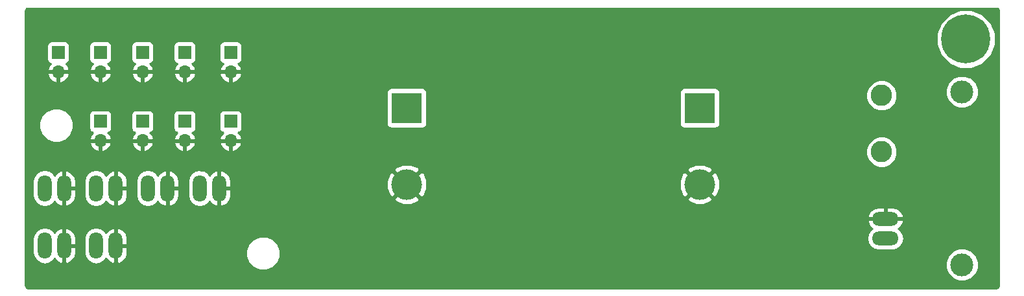
<source format=gbr>
G04 #@! TF.GenerationSoftware,KiCad,Pcbnew,5.0.1-33cea8e~68~ubuntu16.04.1*
G04 #@! TF.CreationDate,2019-04-14T14:52:50-04:00*
G04 #@! TF.ProjectId,filterbuffer,66696C7465726275666665722E6B6963,rev?*
G04 #@! TF.SameCoordinates,Original*
G04 #@! TF.FileFunction,Copper,L2,Bot,Signal*
G04 #@! TF.FilePolarity,Positive*
%FSLAX46Y46*%
G04 Gerber Fmt 4.6, Leading zero omitted, Abs format (unit mm)*
G04 Created by KiCad (PCBNEW 5.0.1-33cea8e~68~ubuntu16.04.1) date Sun 14 Apr 2019 14:52:50 EDT*
%MOMM*%
%LPD*%
G01*
G04 APERTURE LIST*
G04 #@! TA.AperFunction,ComponentPad*
%ADD10R,4.000000X4.000000*%
G04 #@! TD*
G04 #@! TA.AperFunction,ComponentPad*
%ADD11C,4.000000*%
G04 #@! TD*
G04 #@! TA.AperFunction,ComponentPad*
%ADD12R,1.700000X1.700000*%
G04 #@! TD*
G04 #@! TA.AperFunction,ComponentPad*
%ADD13O,1.700000X1.700000*%
G04 #@! TD*
G04 #@! TA.AperFunction,ComponentPad*
%ADD14C,6.400000*%
G04 #@! TD*
G04 #@! TA.AperFunction,ComponentPad*
%ADD15C,0.800000*%
G04 #@! TD*
G04 #@! TA.AperFunction,ComponentPad*
%ADD16C,2.800000*%
G04 #@! TD*
G04 #@! TA.AperFunction,ComponentPad*
%ADD17C,3.000000*%
G04 #@! TD*
G04 #@! TA.AperFunction,ComponentPad*
%ADD18O,1.800860X3.500120*%
G04 #@! TD*
G04 #@! TA.AperFunction,ComponentPad*
%ADD19O,3.500120X1.800860*%
G04 #@! TD*
G04 #@! TA.AperFunction,ViaPad*
%ADD20C,0.800000*%
G04 #@! TD*
G04 #@! TA.AperFunction,Conductor*
%ADD21C,0.254000*%
G04 #@! TD*
G04 APERTURE END LIST*
D10*
G04 #@! TO.P,C1,1*
G04 #@! TO.N,VCC*
X107700000Y-113200000D03*
D11*
G04 #@! TO.P,C1,2*
G04 #@! TO.N,GND*
X107700000Y-123200000D03*
G04 #@! TD*
D12*
G04 #@! TO.P,J3,1*
G04 #@! TO.N,+12V*
X73200000Y-114950000D03*
D13*
G04 #@! TO.P,J3,2*
G04 #@! TO.N,GND*
X73200000Y-117490000D03*
G04 #@! TD*
G04 #@! TO.P,J4,2*
G04 #@! TO.N,GND*
X73200000Y-108490000D03*
D12*
G04 #@! TO.P,J4,1*
G04 #@! TO.N,+5V*
X73200000Y-105950000D03*
G04 #@! TD*
G04 #@! TO.P,J6,1*
G04 #@! TO.N,+12V*
X67700000Y-114950000D03*
D13*
G04 #@! TO.P,J6,2*
G04 #@! TO.N,GND*
X67700000Y-117490000D03*
G04 #@! TD*
G04 #@! TO.P,J9,2*
G04 #@! TO.N,GND*
X78700000Y-117490000D03*
D12*
G04 #@! TO.P,J9,1*
G04 #@! TO.N,+12V*
X78700000Y-114950000D03*
G04 #@! TD*
G04 #@! TO.P,J10,1*
G04 #@! TO.N,+5V*
X62200000Y-105950000D03*
D13*
G04 #@! TO.P,J10,2*
G04 #@! TO.N,GND*
X62200000Y-108490000D03*
G04 #@! TD*
G04 #@! TO.P,J12,2*
G04 #@! TO.N,GND*
X84700000Y-117490000D03*
D12*
G04 #@! TO.P,J12,1*
G04 #@! TO.N,+12V*
X84700000Y-114950000D03*
G04 #@! TD*
G04 #@! TO.P,J13,1*
G04 #@! TO.N,+5V*
X78700000Y-105950000D03*
D13*
G04 #@! TO.P,J13,2*
G04 #@! TO.N,GND*
X78700000Y-108490000D03*
G04 #@! TD*
G04 #@! TO.P,J7,2*
G04 #@! TO.N,GND*
X67700000Y-108490000D03*
D12*
G04 #@! TO.P,J7,1*
G04 #@! TO.N,+5V*
X67700000Y-105950000D03*
G04 #@! TD*
G04 #@! TO.P,J15,1*
G04 #@! TO.N,+5V*
X84700000Y-105950000D03*
D13*
G04 #@! TO.P,J15,2*
G04 #@! TO.N,GND*
X84700000Y-108490000D03*
G04 #@! TD*
D14*
G04 #@! TO.P,H3,1*
G04 #@! TO.N,Net-(H3-Pad1)*
X180700000Y-104200000D03*
D15*
X183100000Y-104200000D03*
X182397056Y-105897056D03*
X180700000Y-106600000D03*
X179002944Y-105897056D03*
X178300000Y-104200000D03*
X179002944Y-102502944D03*
X180700000Y-101800000D03*
X182397056Y-102502944D03*
G04 #@! TD*
D16*
G04 #@! TO.P,TH1,1*
G04 #@! TO.N,Net-(F1-Pad2)*
X169700000Y-118950000D03*
G04 #@! TO.P,TH1,2*
G04 #@! TO.N,VCC*
X169700000Y-111580000D03*
G04 #@! TD*
D17*
G04 #@! TO.P,F1,1*
G04 #@! TO.N,Net-(F1-Pad1)*
X180200000Y-133700000D03*
G04 #@! TO.P,F1,2*
G04 #@! TO.N,Net-(F1-Pad2)*
X180200000Y-111100000D03*
G04 #@! TD*
D10*
G04 #@! TO.P,C2,1*
G04 #@! TO.N,VCC*
X145950000Y-113200000D03*
D11*
G04 #@! TO.P,C2,2*
G04 #@! TO.N,GND*
X145950000Y-123200000D03*
G04 #@! TD*
D18*
G04 #@! TO.P,J5,2*
G04 #@! TO.N,GND*
X62950000Y-131200000D03*
G04 #@! TO.P,J5,1*
G04 #@! TO.N,VCC*
X60410000Y-131200000D03*
G04 #@! TD*
G04 #@! TO.P,J11,2*
G04 #@! TO.N,GND*
X69700000Y-131200000D03*
G04 #@! TO.P,J11,1*
G04 #@! TO.N,VCC*
X67160000Y-131200000D03*
G04 #@! TD*
G04 #@! TO.P,J8,1*
G04 #@! TO.N,VCC*
X80660000Y-123700000D03*
G04 #@! TO.P,J8,2*
G04 #@! TO.N,GND*
X83200000Y-123700000D03*
G04 #@! TD*
G04 #@! TO.P,J2,2*
G04 #@! TO.N,GND*
X69700000Y-123700000D03*
G04 #@! TO.P,J2,1*
G04 #@! TO.N,VCC*
X67160000Y-123700000D03*
G04 #@! TD*
G04 #@! TO.P,J1,1*
G04 #@! TO.N,VCC*
X60410000Y-123700000D03*
G04 #@! TO.P,J1,2*
G04 #@! TO.N,GND*
X62950000Y-123700000D03*
G04 #@! TD*
G04 #@! TO.P,J14,2*
G04 #@! TO.N,GND*
X76450000Y-123700000D03*
G04 #@! TO.P,J14,1*
G04 #@! TO.N,VCC*
X73910000Y-123700000D03*
G04 #@! TD*
D19*
G04 #@! TO.P,J16,2*
G04 #@! TO.N,GND*
X170200000Y-127700000D03*
G04 #@! TO.P,J16,1*
G04 #@! TO.N,Net-(F1-Pad1)*
X170200000Y-130240000D03*
G04 #@! TD*
D20*
G04 #@! TO.N,GND*
X84700000Y-128450000D03*
X83700000Y-128450000D03*
G04 #@! TD*
D21*
G04 #@! TO.N,GND*
G36*
X184805655Y-100194926D02*
X184895225Y-100254774D01*
X184955074Y-100344345D01*
X184990000Y-100519930D01*
X184990001Y-136380065D01*
X184955074Y-136555655D01*
X184895225Y-136645226D01*
X184805655Y-136705074D01*
X184630070Y-136740000D01*
X58269930Y-136740000D01*
X58094345Y-136705074D01*
X58004774Y-136645225D01*
X57944926Y-136555655D01*
X57910000Y-136380070D01*
X57910000Y-130199148D01*
X58874570Y-130199148D01*
X58874570Y-132200853D01*
X58963658Y-132648725D01*
X59303018Y-133156613D01*
X59810906Y-133495973D01*
X60410000Y-133615140D01*
X61009095Y-133495973D01*
X61516983Y-133156613D01*
X61691740Y-132895071D01*
X61954089Y-133225145D01*
X62479748Y-133516783D01*
X62585192Y-133541093D01*
X62823000Y-133420440D01*
X62823000Y-131327000D01*
X63077000Y-131327000D01*
X63077000Y-133420440D01*
X63314808Y-133541093D01*
X63420252Y-133516783D01*
X63945911Y-133225145D01*
X64319952Y-132754546D01*
X64485430Y-132176630D01*
X64485430Y-131327000D01*
X63077000Y-131327000D01*
X62823000Y-131327000D01*
X62803000Y-131327000D01*
X62803000Y-131073000D01*
X62823000Y-131073000D01*
X62823000Y-128979560D01*
X63077000Y-128979560D01*
X63077000Y-131073000D01*
X64485430Y-131073000D01*
X64485430Y-130223370D01*
X64478495Y-130199148D01*
X65624570Y-130199148D01*
X65624570Y-132200853D01*
X65713658Y-132648725D01*
X66053018Y-133156613D01*
X66560906Y-133495973D01*
X67160000Y-133615140D01*
X67759095Y-133495973D01*
X68266983Y-133156613D01*
X68441740Y-132895071D01*
X68704089Y-133225145D01*
X69229748Y-133516783D01*
X69335192Y-133541093D01*
X69573000Y-133420440D01*
X69573000Y-131327000D01*
X69827000Y-131327000D01*
X69827000Y-133420440D01*
X70064808Y-133541093D01*
X70170252Y-133516783D01*
X70695911Y-133225145D01*
X71069952Y-132754546D01*
X71235430Y-132176630D01*
X71235430Y-131755431D01*
X86715000Y-131755431D01*
X86715000Y-132644569D01*
X87055259Y-133466026D01*
X87683974Y-134094741D01*
X88505431Y-134435000D01*
X89394569Y-134435000D01*
X90216026Y-134094741D01*
X90844741Y-133466026D01*
X90923733Y-133275322D01*
X178065000Y-133275322D01*
X178065000Y-134124678D01*
X178390034Y-134909380D01*
X178990620Y-135509966D01*
X179775322Y-135835000D01*
X180624678Y-135835000D01*
X181409380Y-135509966D01*
X182009966Y-134909380D01*
X182335000Y-134124678D01*
X182335000Y-133275322D01*
X182009966Y-132490620D01*
X181409380Y-131890034D01*
X180624678Y-131565000D01*
X179775322Y-131565000D01*
X178990620Y-131890034D01*
X178390034Y-132490620D01*
X178065000Y-133275322D01*
X90923733Y-133275322D01*
X91185000Y-132644569D01*
X91185000Y-131755431D01*
X90844741Y-130933974D01*
X90216026Y-130305259D01*
X90058478Y-130240000D01*
X167784860Y-130240000D01*
X167904027Y-130839095D01*
X168243387Y-131346983D01*
X168751275Y-131686343D01*
X169199147Y-131775430D01*
X171200853Y-131775430D01*
X171648725Y-131686343D01*
X172156613Y-131346983D01*
X172495973Y-130839095D01*
X172615140Y-130240000D01*
X172495973Y-129640905D01*
X172156613Y-129133017D01*
X171895071Y-128958260D01*
X172225145Y-128695911D01*
X172516783Y-128170252D01*
X172541093Y-128064808D01*
X172420440Y-127827000D01*
X170327000Y-127827000D01*
X170327000Y-127847000D01*
X170073000Y-127847000D01*
X170073000Y-127827000D01*
X167979560Y-127827000D01*
X167858907Y-128064808D01*
X167883217Y-128170252D01*
X168174855Y-128695911D01*
X168504929Y-128958260D01*
X168243387Y-129133017D01*
X167904027Y-129640905D01*
X167784860Y-130240000D01*
X90058478Y-130240000D01*
X89394569Y-129965000D01*
X88505431Y-129965000D01*
X87683974Y-130305259D01*
X87055259Y-130933974D01*
X86715000Y-131755431D01*
X71235430Y-131755431D01*
X71235430Y-131327000D01*
X69827000Y-131327000D01*
X69573000Y-131327000D01*
X69553000Y-131327000D01*
X69553000Y-131073000D01*
X69573000Y-131073000D01*
X69573000Y-128979560D01*
X69827000Y-128979560D01*
X69827000Y-131073000D01*
X71235430Y-131073000D01*
X71235430Y-130223370D01*
X71069952Y-129645454D01*
X70695911Y-129174855D01*
X70170252Y-128883217D01*
X70064808Y-128858907D01*
X69827000Y-128979560D01*
X69573000Y-128979560D01*
X69335192Y-128858907D01*
X69229748Y-128883217D01*
X68704089Y-129174855D01*
X68441740Y-129504929D01*
X68266983Y-129243387D01*
X67759094Y-128904027D01*
X67160000Y-128784860D01*
X66560905Y-128904027D01*
X66053017Y-129243387D01*
X65713657Y-129751276D01*
X65624570Y-130199148D01*
X64478495Y-130199148D01*
X64319952Y-129645454D01*
X63945911Y-129174855D01*
X63420252Y-128883217D01*
X63314808Y-128858907D01*
X63077000Y-128979560D01*
X62823000Y-128979560D01*
X62585192Y-128858907D01*
X62479748Y-128883217D01*
X61954089Y-129174855D01*
X61691740Y-129504929D01*
X61516983Y-129243387D01*
X61009094Y-128904027D01*
X60410000Y-128784860D01*
X59810905Y-128904027D01*
X59303017Y-129243387D01*
X58963657Y-129751276D01*
X58874570Y-130199148D01*
X57910000Y-130199148D01*
X57910000Y-127335192D01*
X167858907Y-127335192D01*
X167979560Y-127573000D01*
X170073000Y-127573000D01*
X170073000Y-126164570D01*
X170327000Y-126164570D01*
X170327000Y-127573000D01*
X172420440Y-127573000D01*
X172541093Y-127335192D01*
X172516783Y-127229748D01*
X172225145Y-126704089D01*
X171754546Y-126330048D01*
X171176630Y-126164570D01*
X170327000Y-126164570D01*
X170073000Y-126164570D01*
X169223370Y-126164570D01*
X168645454Y-126330048D01*
X168174855Y-126704089D01*
X167883217Y-127229748D01*
X167858907Y-127335192D01*
X57910000Y-127335192D01*
X57910000Y-122699148D01*
X58874570Y-122699148D01*
X58874570Y-124700853D01*
X58963658Y-125148725D01*
X59303018Y-125656613D01*
X59810906Y-125995973D01*
X60410000Y-126115140D01*
X61009095Y-125995973D01*
X61516983Y-125656613D01*
X61691740Y-125395071D01*
X61954089Y-125725145D01*
X62479748Y-126016783D01*
X62585192Y-126041093D01*
X62823000Y-125920440D01*
X62823000Y-123827000D01*
X63077000Y-123827000D01*
X63077000Y-125920440D01*
X63314808Y-126041093D01*
X63420252Y-126016783D01*
X63945911Y-125725145D01*
X64319952Y-125254546D01*
X64485430Y-124676630D01*
X64485430Y-123827000D01*
X63077000Y-123827000D01*
X62823000Y-123827000D01*
X62803000Y-123827000D01*
X62803000Y-123573000D01*
X62823000Y-123573000D01*
X62823000Y-121479560D01*
X63077000Y-121479560D01*
X63077000Y-123573000D01*
X64485430Y-123573000D01*
X64485430Y-122723370D01*
X64478495Y-122699148D01*
X65624570Y-122699148D01*
X65624570Y-124700853D01*
X65713658Y-125148725D01*
X66053018Y-125656613D01*
X66560906Y-125995973D01*
X67160000Y-126115140D01*
X67759095Y-125995973D01*
X68266983Y-125656613D01*
X68441740Y-125395071D01*
X68704089Y-125725145D01*
X69229748Y-126016783D01*
X69335192Y-126041093D01*
X69573000Y-125920440D01*
X69573000Y-123827000D01*
X69827000Y-123827000D01*
X69827000Y-125920440D01*
X70064808Y-126041093D01*
X70170252Y-126016783D01*
X70695911Y-125725145D01*
X71069952Y-125254546D01*
X71235430Y-124676630D01*
X71235430Y-123827000D01*
X69827000Y-123827000D01*
X69573000Y-123827000D01*
X69553000Y-123827000D01*
X69553000Y-123573000D01*
X69573000Y-123573000D01*
X69573000Y-121479560D01*
X69827000Y-121479560D01*
X69827000Y-123573000D01*
X71235430Y-123573000D01*
X71235430Y-122723370D01*
X71228495Y-122699148D01*
X72374570Y-122699148D01*
X72374570Y-124700853D01*
X72463658Y-125148725D01*
X72803018Y-125656613D01*
X73310906Y-125995973D01*
X73910000Y-126115140D01*
X74509095Y-125995973D01*
X75016983Y-125656613D01*
X75191740Y-125395071D01*
X75454089Y-125725145D01*
X75979748Y-126016783D01*
X76085192Y-126041093D01*
X76323000Y-125920440D01*
X76323000Y-123827000D01*
X76577000Y-123827000D01*
X76577000Y-125920440D01*
X76814808Y-126041093D01*
X76920252Y-126016783D01*
X77445911Y-125725145D01*
X77819952Y-125254546D01*
X77985430Y-124676630D01*
X77985430Y-123827000D01*
X76577000Y-123827000D01*
X76323000Y-123827000D01*
X76303000Y-123827000D01*
X76303000Y-123573000D01*
X76323000Y-123573000D01*
X76323000Y-121479560D01*
X76577000Y-121479560D01*
X76577000Y-123573000D01*
X77985430Y-123573000D01*
X77985430Y-122723370D01*
X77978495Y-122699148D01*
X79124570Y-122699148D01*
X79124570Y-124700853D01*
X79213658Y-125148725D01*
X79553018Y-125656613D01*
X80060906Y-125995973D01*
X80660000Y-126115140D01*
X81259095Y-125995973D01*
X81766983Y-125656613D01*
X81941740Y-125395071D01*
X82204089Y-125725145D01*
X82729748Y-126016783D01*
X82835192Y-126041093D01*
X83073000Y-125920440D01*
X83073000Y-123827000D01*
X83327000Y-123827000D01*
X83327000Y-125920440D01*
X83564808Y-126041093D01*
X83670252Y-126016783D01*
X84195911Y-125725145D01*
X84569952Y-125254546D01*
X84621356Y-125075022D01*
X106004584Y-125075022D01*
X106225353Y-125445743D01*
X107197012Y-125839119D01*
X108245247Y-125830713D01*
X109174647Y-125445743D01*
X109395416Y-125075022D01*
X144254584Y-125075022D01*
X144475353Y-125445743D01*
X145447012Y-125839119D01*
X146495247Y-125830713D01*
X147424647Y-125445743D01*
X147645416Y-125075022D01*
X145950000Y-123379605D01*
X144254584Y-125075022D01*
X109395416Y-125075022D01*
X107700000Y-123379605D01*
X106004584Y-125075022D01*
X84621356Y-125075022D01*
X84735430Y-124676630D01*
X84735430Y-123827000D01*
X83327000Y-123827000D01*
X83073000Y-123827000D01*
X83053000Y-123827000D01*
X83053000Y-123573000D01*
X83073000Y-123573000D01*
X83073000Y-121479560D01*
X83327000Y-121479560D01*
X83327000Y-123573000D01*
X84735430Y-123573000D01*
X84735430Y-122723370D01*
X84727883Y-122697012D01*
X105060881Y-122697012D01*
X105069287Y-123745247D01*
X105454257Y-124674647D01*
X105824978Y-124895416D01*
X107520395Y-123200000D01*
X107879605Y-123200000D01*
X109575022Y-124895416D01*
X109945743Y-124674647D01*
X110339119Y-123702988D01*
X110331052Y-122697012D01*
X143310881Y-122697012D01*
X143319287Y-123745247D01*
X143704257Y-124674647D01*
X144074978Y-124895416D01*
X145770395Y-123200000D01*
X146129605Y-123200000D01*
X147825022Y-124895416D01*
X148195743Y-124674647D01*
X148589119Y-123702988D01*
X148580713Y-122654753D01*
X148195743Y-121725353D01*
X147825022Y-121504584D01*
X146129605Y-123200000D01*
X145770395Y-123200000D01*
X144074978Y-121504584D01*
X143704257Y-121725353D01*
X143310881Y-122697012D01*
X110331052Y-122697012D01*
X110330713Y-122654753D01*
X109945743Y-121725353D01*
X109575022Y-121504584D01*
X107879605Y-123200000D01*
X107520395Y-123200000D01*
X105824978Y-121504584D01*
X105454257Y-121725353D01*
X105060881Y-122697012D01*
X84727883Y-122697012D01*
X84569952Y-122145454D01*
X84195911Y-121674855D01*
X83670252Y-121383217D01*
X83564808Y-121358907D01*
X83327000Y-121479560D01*
X83073000Y-121479560D01*
X82835192Y-121358907D01*
X82729748Y-121383217D01*
X82204089Y-121674855D01*
X81941740Y-122004929D01*
X81766983Y-121743387D01*
X81259094Y-121404027D01*
X80861688Y-121324978D01*
X106004584Y-121324978D01*
X107700000Y-123020395D01*
X109395416Y-121324978D01*
X144254584Y-121324978D01*
X145950000Y-123020395D01*
X147645416Y-121324978D01*
X147424647Y-120954257D01*
X146452988Y-120560881D01*
X145404753Y-120569287D01*
X144475353Y-120954257D01*
X144254584Y-121324978D01*
X109395416Y-121324978D01*
X109174647Y-120954257D01*
X108202988Y-120560881D01*
X107154753Y-120569287D01*
X106225353Y-120954257D01*
X106004584Y-121324978D01*
X80861688Y-121324978D01*
X80660000Y-121284860D01*
X80060905Y-121404027D01*
X79553017Y-121743387D01*
X79213657Y-122251276D01*
X79124570Y-122699148D01*
X77978495Y-122699148D01*
X77819952Y-122145454D01*
X77445911Y-121674855D01*
X76920252Y-121383217D01*
X76814808Y-121358907D01*
X76577000Y-121479560D01*
X76323000Y-121479560D01*
X76085192Y-121358907D01*
X75979748Y-121383217D01*
X75454089Y-121674855D01*
X75191740Y-122004929D01*
X75016983Y-121743387D01*
X74509094Y-121404027D01*
X73910000Y-121284860D01*
X73310905Y-121404027D01*
X72803017Y-121743387D01*
X72463657Y-122251276D01*
X72374570Y-122699148D01*
X71228495Y-122699148D01*
X71069952Y-122145454D01*
X70695911Y-121674855D01*
X70170252Y-121383217D01*
X70064808Y-121358907D01*
X69827000Y-121479560D01*
X69573000Y-121479560D01*
X69335192Y-121358907D01*
X69229748Y-121383217D01*
X68704089Y-121674855D01*
X68441740Y-122004929D01*
X68266983Y-121743387D01*
X67759094Y-121404027D01*
X67160000Y-121284860D01*
X66560905Y-121404027D01*
X66053017Y-121743387D01*
X65713657Y-122251276D01*
X65624570Y-122699148D01*
X64478495Y-122699148D01*
X64319952Y-122145454D01*
X63945911Y-121674855D01*
X63420252Y-121383217D01*
X63314808Y-121358907D01*
X63077000Y-121479560D01*
X62823000Y-121479560D01*
X62585192Y-121358907D01*
X62479748Y-121383217D01*
X61954089Y-121674855D01*
X61691740Y-122004929D01*
X61516983Y-121743387D01*
X61009094Y-121404027D01*
X60410000Y-121284860D01*
X59810905Y-121404027D01*
X59303017Y-121743387D01*
X58963657Y-122251276D01*
X58874570Y-122699148D01*
X57910000Y-122699148D01*
X57910000Y-117846890D01*
X66258524Y-117846890D01*
X66428355Y-118256924D01*
X66818642Y-118685183D01*
X67343108Y-118931486D01*
X67573000Y-118810819D01*
X67573000Y-117617000D01*
X67827000Y-117617000D01*
X67827000Y-118810819D01*
X68056892Y-118931486D01*
X68581358Y-118685183D01*
X68971645Y-118256924D01*
X69141476Y-117846890D01*
X71758524Y-117846890D01*
X71928355Y-118256924D01*
X72318642Y-118685183D01*
X72843108Y-118931486D01*
X73073000Y-118810819D01*
X73073000Y-117617000D01*
X73327000Y-117617000D01*
X73327000Y-118810819D01*
X73556892Y-118931486D01*
X74081358Y-118685183D01*
X74471645Y-118256924D01*
X74641476Y-117846890D01*
X77258524Y-117846890D01*
X77428355Y-118256924D01*
X77818642Y-118685183D01*
X78343108Y-118931486D01*
X78573000Y-118810819D01*
X78573000Y-117617000D01*
X78827000Y-117617000D01*
X78827000Y-118810819D01*
X79056892Y-118931486D01*
X79581358Y-118685183D01*
X79971645Y-118256924D01*
X80141476Y-117846890D01*
X83258524Y-117846890D01*
X83428355Y-118256924D01*
X83818642Y-118685183D01*
X84343108Y-118931486D01*
X84573000Y-118810819D01*
X84573000Y-117617000D01*
X84827000Y-117617000D01*
X84827000Y-118810819D01*
X85056892Y-118931486D01*
X85581358Y-118685183D01*
X85708917Y-118545213D01*
X167665000Y-118545213D01*
X167665000Y-119354787D01*
X167974810Y-120102735D01*
X168547265Y-120675190D01*
X169295213Y-120985000D01*
X170104787Y-120985000D01*
X170852735Y-120675190D01*
X171425190Y-120102735D01*
X171735000Y-119354787D01*
X171735000Y-118545213D01*
X171425190Y-117797265D01*
X170852735Y-117224810D01*
X170104787Y-116915000D01*
X169295213Y-116915000D01*
X168547265Y-117224810D01*
X167974810Y-117797265D01*
X167665000Y-118545213D01*
X85708917Y-118545213D01*
X85971645Y-118256924D01*
X86141476Y-117846890D01*
X86020155Y-117617000D01*
X84827000Y-117617000D01*
X84573000Y-117617000D01*
X83379845Y-117617000D01*
X83258524Y-117846890D01*
X80141476Y-117846890D01*
X80020155Y-117617000D01*
X78827000Y-117617000D01*
X78573000Y-117617000D01*
X77379845Y-117617000D01*
X77258524Y-117846890D01*
X74641476Y-117846890D01*
X74520155Y-117617000D01*
X73327000Y-117617000D01*
X73073000Y-117617000D01*
X71879845Y-117617000D01*
X71758524Y-117846890D01*
X69141476Y-117846890D01*
X69020155Y-117617000D01*
X67827000Y-117617000D01*
X67573000Y-117617000D01*
X66379845Y-117617000D01*
X66258524Y-117846890D01*
X57910000Y-117846890D01*
X57910000Y-115005431D01*
X59715000Y-115005431D01*
X59715000Y-115894569D01*
X60055259Y-116716026D01*
X60683974Y-117344741D01*
X61505431Y-117685000D01*
X62394569Y-117685000D01*
X63216026Y-117344741D01*
X63844741Y-116716026D01*
X64185000Y-115894569D01*
X64185000Y-115005431D01*
X63844741Y-114183974D01*
X63760767Y-114100000D01*
X66202560Y-114100000D01*
X66202560Y-115800000D01*
X66251843Y-116047765D01*
X66392191Y-116257809D01*
X66602235Y-116398157D01*
X66705708Y-116418739D01*
X66428355Y-116723076D01*
X66258524Y-117133110D01*
X66379845Y-117363000D01*
X67573000Y-117363000D01*
X67573000Y-117343000D01*
X67827000Y-117343000D01*
X67827000Y-117363000D01*
X69020155Y-117363000D01*
X69141476Y-117133110D01*
X68971645Y-116723076D01*
X68694292Y-116418739D01*
X68797765Y-116398157D01*
X69007809Y-116257809D01*
X69148157Y-116047765D01*
X69197440Y-115800000D01*
X69197440Y-114100000D01*
X71702560Y-114100000D01*
X71702560Y-115800000D01*
X71751843Y-116047765D01*
X71892191Y-116257809D01*
X72102235Y-116398157D01*
X72205708Y-116418739D01*
X71928355Y-116723076D01*
X71758524Y-117133110D01*
X71879845Y-117363000D01*
X73073000Y-117363000D01*
X73073000Y-117343000D01*
X73327000Y-117343000D01*
X73327000Y-117363000D01*
X74520155Y-117363000D01*
X74641476Y-117133110D01*
X74471645Y-116723076D01*
X74194292Y-116418739D01*
X74297765Y-116398157D01*
X74507809Y-116257809D01*
X74648157Y-116047765D01*
X74697440Y-115800000D01*
X74697440Y-114100000D01*
X77202560Y-114100000D01*
X77202560Y-115800000D01*
X77251843Y-116047765D01*
X77392191Y-116257809D01*
X77602235Y-116398157D01*
X77705708Y-116418739D01*
X77428355Y-116723076D01*
X77258524Y-117133110D01*
X77379845Y-117363000D01*
X78573000Y-117363000D01*
X78573000Y-117343000D01*
X78827000Y-117343000D01*
X78827000Y-117363000D01*
X80020155Y-117363000D01*
X80141476Y-117133110D01*
X79971645Y-116723076D01*
X79694292Y-116418739D01*
X79797765Y-116398157D01*
X80007809Y-116257809D01*
X80148157Y-116047765D01*
X80197440Y-115800000D01*
X80197440Y-114100000D01*
X83202560Y-114100000D01*
X83202560Y-115800000D01*
X83251843Y-116047765D01*
X83392191Y-116257809D01*
X83602235Y-116398157D01*
X83705708Y-116418739D01*
X83428355Y-116723076D01*
X83258524Y-117133110D01*
X83379845Y-117363000D01*
X84573000Y-117363000D01*
X84573000Y-117343000D01*
X84827000Y-117343000D01*
X84827000Y-117363000D01*
X86020155Y-117363000D01*
X86141476Y-117133110D01*
X85971645Y-116723076D01*
X85694292Y-116418739D01*
X85797765Y-116398157D01*
X86007809Y-116257809D01*
X86148157Y-116047765D01*
X86197440Y-115800000D01*
X86197440Y-114100000D01*
X86148157Y-113852235D01*
X86007809Y-113642191D01*
X85797765Y-113501843D01*
X85550000Y-113452560D01*
X83850000Y-113452560D01*
X83602235Y-113501843D01*
X83392191Y-113642191D01*
X83251843Y-113852235D01*
X83202560Y-114100000D01*
X80197440Y-114100000D01*
X80148157Y-113852235D01*
X80007809Y-113642191D01*
X79797765Y-113501843D01*
X79550000Y-113452560D01*
X77850000Y-113452560D01*
X77602235Y-113501843D01*
X77392191Y-113642191D01*
X77251843Y-113852235D01*
X77202560Y-114100000D01*
X74697440Y-114100000D01*
X74648157Y-113852235D01*
X74507809Y-113642191D01*
X74297765Y-113501843D01*
X74050000Y-113452560D01*
X72350000Y-113452560D01*
X72102235Y-113501843D01*
X71892191Y-113642191D01*
X71751843Y-113852235D01*
X71702560Y-114100000D01*
X69197440Y-114100000D01*
X69148157Y-113852235D01*
X69007809Y-113642191D01*
X68797765Y-113501843D01*
X68550000Y-113452560D01*
X66850000Y-113452560D01*
X66602235Y-113501843D01*
X66392191Y-113642191D01*
X66251843Y-113852235D01*
X66202560Y-114100000D01*
X63760767Y-114100000D01*
X63216026Y-113555259D01*
X62394569Y-113215000D01*
X61505431Y-113215000D01*
X60683974Y-113555259D01*
X60055259Y-114183974D01*
X59715000Y-115005431D01*
X57910000Y-115005431D01*
X57910000Y-111200000D01*
X105052560Y-111200000D01*
X105052560Y-115200000D01*
X105101843Y-115447765D01*
X105242191Y-115657809D01*
X105452235Y-115798157D01*
X105700000Y-115847440D01*
X109700000Y-115847440D01*
X109947765Y-115798157D01*
X110157809Y-115657809D01*
X110298157Y-115447765D01*
X110347440Y-115200000D01*
X110347440Y-111200000D01*
X143302560Y-111200000D01*
X143302560Y-115200000D01*
X143351843Y-115447765D01*
X143492191Y-115657809D01*
X143702235Y-115798157D01*
X143950000Y-115847440D01*
X147950000Y-115847440D01*
X148197765Y-115798157D01*
X148407809Y-115657809D01*
X148548157Y-115447765D01*
X148597440Y-115200000D01*
X148597440Y-111200000D01*
X148592510Y-111175213D01*
X167665000Y-111175213D01*
X167665000Y-111984787D01*
X167974810Y-112732735D01*
X168547265Y-113305190D01*
X169295213Y-113615000D01*
X170104787Y-113615000D01*
X170852735Y-113305190D01*
X171425190Y-112732735D01*
X171735000Y-111984787D01*
X171735000Y-111175213D01*
X171527939Y-110675322D01*
X178065000Y-110675322D01*
X178065000Y-111524678D01*
X178390034Y-112309380D01*
X178990620Y-112909966D01*
X179775322Y-113235000D01*
X180624678Y-113235000D01*
X181409380Y-112909966D01*
X182009966Y-112309380D01*
X182335000Y-111524678D01*
X182335000Y-110675322D01*
X182009966Y-109890620D01*
X181409380Y-109290034D01*
X180624678Y-108965000D01*
X179775322Y-108965000D01*
X178990620Y-109290034D01*
X178390034Y-109890620D01*
X178065000Y-110675322D01*
X171527939Y-110675322D01*
X171425190Y-110427265D01*
X170852735Y-109854810D01*
X170104787Y-109545000D01*
X169295213Y-109545000D01*
X168547265Y-109854810D01*
X167974810Y-110427265D01*
X167665000Y-111175213D01*
X148592510Y-111175213D01*
X148548157Y-110952235D01*
X148407809Y-110742191D01*
X148197765Y-110601843D01*
X147950000Y-110552560D01*
X143950000Y-110552560D01*
X143702235Y-110601843D01*
X143492191Y-110742191D01*
X143351843Y-110952235D01*
X143302560Y-111200000D01*
X110347440Y-111200000D01*
X110298157Y-110952235D01*
X110157809Y-110742191D01*
X109947765Y-110601843D01*
X109700000Y-110552560D01*
X105700000Y-110552560D01*
X105452235Y-110601843D01*
X105242191Y-110742191D01*
X105101843Y-110952235D01*
X105052560Y-111200000D01*
X57910000Y-111200000D01*
X57910000Y-108846890D01*
X60758524Y-108846890D01*
X60928355Y-109256924D01*
X61318642Y-109685183D01*
X61843108Y-109931486D01*
X62073000Y-109810819D01*
X62073000Y-108617000D01*
X62327000Y-108617000D01*
X62327000Y-109810819D01*
X62556892Y-109931486D01*
X63081358Y-109685183D01*
X63471645Y-109256924D01*
X63641476Y-108846890D01*
X66258524Y-108846890D01*
X66428355Y-109256924D01*
X66818642Y-109685183D01*
X67343108Y-109931486D01*
X67573000Y-109810819D01*
X67573000Y-108617000D01*
X67827000Y-108617000D01*
X67827000Y-109810819D01*
X68056892Y-109931486D01*
X68581358Y-109685183D01*
X68971645Y-109256924D01*
X69141476Y-108846890D01*
X71758524Y-108846890D01*
X71928355Y-109256924D01*
X72318642Y-109685183D01*
X72843108Y-109931486D01*
X73073000Y-109810819D01*
X73073000Y-108617000D01*
X73327000Y-108617000D01*
X73327000Y-109810819D01*
X73556892Y-109931486D01*
X74081358Y-109685183D01*
X74471645Y-109256924D01*
X74641476Y-108846890D01*
X77258524Y-108846890D01*
X77428355Y-109256924D01*
X77818642Y-109685183D01*
X78343108Y-109931486D01*
X78573000Y-109810819D01*
X78573000Y-108617000D01*
X78827000Y-108617000D01*
X78827000Y-109810819D01*
X79056892Y-109931486D01*
X79581358Y-109685183D01*
X79971645Y-109256924D01*
X80141476Y-108846890D01*
X83258524Y-108846890D01*
X83428355Y-109256924D01*
X83818642Y-109685183D01*
X84343108Y-109931486D01*
X84573000Y-109810819D01*
X84573000Y-108617000D01*
X84827000Y-108617000D01*
X84827000Y-109810819D01*
X85056892Y-109931486D01*
X85581358Y-109685183D01*
X85971645Y-109256924D01*
X86141476Y-108846890D01*
X86020155Y-108617000D01*
X84827000Y-108617000D01*
X84573000Y-108617000D01*
X83379845Y-108617000D01*
X83258524Y-108846890D01*
X80141476Y-108846890D01*
X80020155Y-108617000D01*
X78827000Y-108617000D01*
X78573000Y-108617000D01*
X77379845Y-108617000D01*
X77258524Y-108846890D01*
X74641476Y-108846890D01*
X74520155Y-108617000D01*
X73327000Y-108617000D01*
X73073000Y-108617000D01*
X71879845Y-108617000D01*
X71758524Y-108846890D01*
X69141476Y-108846890D01*
X69020155Y-108617000D01*
X67827000Y-108617000D01*
X67573000Y-108617000D01*
X66379845Y-108617000D01*
X66258524Y-108846890D01*
X63641476Y-108846890D01*
X63520155Y-108617000D01*
X62327000Y-108617000D01*
X62073000Y-108617000D01*
X60879845Y-108617000D01*
X60758524Y-108846890D01*
X57910000Y-108846890D01*
X57910000Y-105100000D01*
X60702560Y-105100000D01*
X60702560Y-106800000D01*
X60751843Y-107047765D01*
X60892191Y-107257809D01*
X61102235Y-107398157D01*
X61205708Y-107418739D01*
X60928355Y-107723076D01*
X60758524Y-108133110D01*
X60879845Y-108363000D01*
X62073000Y-108363000D01*
X62073000Y-108343000D01*
X62327000Y-108343000D01*
X62327000Y-108363000D01*
X63520155Y-108363000D01*
X63641476Y-108133110D01*
X63471645Y-107723076D01*
X63194292Y-107418739D01*
X63297765Y-107398157D01*
X63507809Y-107257809D01*
X63648157Y-107047765D01*
X63697440Y-106800000D01*
X63697440Y-105100000D01*
X66202560Y-105100000D01*
X66202560Y-106800000D01*
X66251843Y-107047765D01*
X66392191Y-107257809D01*
X66602235Y-107398157D01*
X66705708Y-107418739D01*
X66428355Y-107723076D01*
X66258524Y-108133110D01*
X66379845Y-108363000D01*
X67573000Y-108363000D01*
X67573000Y-108343000D01*
X67827000Y-108343000D01*
X67827000Y-108363000D01*
X69020155Y-108363000D01*
X69141476Y-108133110D01*
X68971645Y-107723076D01*
X68694292Y-107418739D01*
X68797765Y-107398157D01*
X69007809Y-107257809D01*
X69148157Y-107047765D01*
X69197440Y-106800000D01*
X69197440Y-105100000D01*
X71702560Y-105100000D01*
X71702560Y-106800000D01*
X71751843Y-107047765D01*
X71892191Y-107257809D01*
X72102235Y-107398157D01*
X72205708Y-107418739D01*
X71928355Y-107723076D01*
X71758524Y-108133110D01*
X71879845Y-108363000D01*
X73073000Y-108363000D01*
X73073000Y-108343000D01*
X73327000Y-108343000D01*
X73327000Y-108363000D01*
X74520155Y-108363000D01*
X74641476Y-108133110D01*
X74471645Y-107723076D01*
X74194292Y-107418739D01*
X74297765Y-107398157D01*
X74507809Y-107257809D01*
X74648157Y-107047765D01*
X74697440Y-106800000D01*
X74697440Y-105100000D01*
X77202560Y-105100000D01*
X77202560Y-106800000D01*
X77251843Y-107047765D01*
X77392191Y-107257809D01*
X77602235Y-107398157D01*
X77705708Y-107418739D01*
X77428355Y-107723076D01*
X77258524Y-108133110D01*
X77379845Y-108363000D01*
X78573000Y-108363000D01*
X78573000Y-108343000D01*
X78827000Y-108343000D01*
X78827000Y-108363000D01*
X80020155Y-108363000D01*
X80141476Y-108133110D01*
X79971645Y-107723076D01*
X79694292Y-107418739D01*
X79797765Y-107398157D01*
X80007809Y-107257809D01*
X80148157Y-107047765D01*
X80197440Y-106800000D01*
X80197440Y-105100000D01*
X83202560Y-105100000D01*
X83202560Y-106800000D01*
X83251843Y-107047765D01*
X83392191Y-107257809D01*
X83602235Y-107398157D01*
X83705708Y-107418739D01*
X83428355Y-107723076D01*
X83258524Y-108133110D01*
X83379845Y-108363000D01*
X84573000Y-108363000D01*
X84573000Y-108343000D01*
X84827000Y-108343000D01*
X84827000Y-108363000D01*
X86020155Y-108363000D01*
X86141476Y-108133110D01*
X85971645Y-107723076D01*
X85694292Y-107418739D01*
X85797765Y-107398157D01*
X86007809Y-107257809D01*
X86148157Y-107047765D01*
X86197440Y-106800000D01*
X86197440Y-105100000D01*
X86148157Y-104852235D01*
X86007809Y-104642191D01*
X85797765Y-104501843D01*
X85550000Y-104452560D01*
X83850000Y-104452560D01*
X83602235Y-104501843D01*
X83392191Y-104642191D01*
X83251843Y-104852235D01*
X83202560Y-105100000D01*
X80197440Y-105100000D01*
X80148157Y-104852235D01*
X80007809Y-104642191D01*
X79797765Y-104501843D01*
X79550000Y-104452560D01*
X77850000Y-104452560D01*
X77602235Y-104501843D01*
X77392191Y-104642191D01*
X77251843Y-104852235D01*
X77202560Y-105100000D01*
X74697440Y-105100000D01*
X74648157Y-104852235D01*
X74507809Y-104642191D01*
X74297765Y-104501843D01*
X74050000Y-104452560D01*
X72350000Y-104452560D01*
X72102235Y-104501843D01*
X71892191Y-104642191D01*
X71751843Y-104852235D01*
X71702560Y-105100000D01*
X69197440Y-105100000D01*
X69148157Y-104852235D01*
X69007809Y-104642191D01*
X68797765Y-104501843D01*
X68550000Y-104452560D01*
X66850000Y-104452560D01*
X66602235Y-104501843D01*
X66392191Y-104642191D01*
X66251843Y-104852235D01*
X66202560Y-105100000D01*
X63697440Y-105100000D01*
X63648157Y-104852235D01*
X63507809Y-104642191D01*
X63297765Y-104501843D01*
X63050000Y-104452560D01*
X61350000Y-104452560D01*
X61102235Y-104501843D01*
X60892191Y-104642191D01*
X60751843Y-104852235D01*
X60702560Y-105100000D01*
X57910000Y-105100000D01*
X57910000Y-103437171D01*
X176865000Y-103437171D01*
X176865000Y-104962829D01*
X177448844Y-106372353D01*
X178527647Y-107451156D01*
X179937171Y-108035000D01*
X181462829Y-108035000D01*
X182872353Y-107451156D01*
X183951156Y-106372353D01*
X184535000Y-104962829D01*
X184535000Y-103437171D01*
X183951156Y-102027647D01*
X182872353Y-100948844D01*
X181462829Y-100365000D01*
X179937171Y-100365000D01*
X178527647Y-100948844D01*
X177448844Y-102027647D01*
X176865000Y-103437171D01*
X57910000Y-103437171D01*
X57910000Y-100519930D01*
X57944926Y-100344345D01*
X58004774Y-100254775D01*
X58094345Y-100194926D01*
X58269930Y-100160000D01*
X184630070Y-100160000D01*
X184805655Y-100194926D01*
X184805655Y-100194926D01*
G37*
X184805655Y-100194926D02*
X184895225Y-100254774D01*
X184955074Y-100344345D01*
X184990000Y-100519930D01*
X184990001Y-136380065D01*
X184955074Y-136555655D01*
X184895225Y-136645226D01*
X184805655Y-136705074D01*
X184630070Y-136740000D01*
X58269930Y-136740000D01*
X58094345Y-136705074D01*
X58004774Y-136645225D01*
X57944926Y-136555655D01*
X57910000Y-136380070D01*
X57910000Y-130199148D01*
X58874570Y-130199148D01*
X58874570Y-132200853D01*
X58963658Y-132648725D01*
X59303018Y-133156613D01*
X59810906Y-133495973D01*
X60410000Y-133615140D01*
X61009095Y-133495973D01*
X61516983Y-133156613D01*
X61691740Y-132895071D01*
X61954089Y-133225145D01*
X62479748Y-133516783D01*
X62585192Y-133541093D01*
X62823000Y-133420440D01*
X62823000Y-131327000D01*
X63077000Y-131327000D01*
X63077000Y-133420440D01*
X63314808Y-133541093D01*
X63420252Y-133516783D01*
X63945911Y-133225145D01*
X64319952Y-132754546D01*
X64485430Y-132176630D01*
X64485430Y-131327000D01*
X63077000Y-131327000D01*
X62823000Y-131327000D01*
X62803000Y-131327000D01*
X62803000Y-131073000D01*
X62823000Y-131073000D01*
X62823000Y-128979560D01*
X63077000Y-128979560D01*
X63077000Y-131073000D01*
X64485430Y-131073000D01*
X64485430Y-130223370D01*
X64478495Y-130199148D01*
X65624570Y-130199148D01*
X65624570Y-132200853D01*
X65713658Y-132648725D01*
X66053018Y-133156613D01*
X66560906Y-133495973D01*
X67160000Y-133615140D01*
X67759095Y-133495973D01*
X68266983Y-133156613D01*
X68441740Y-132895071D01*
X68704089Y-133225145D01*
X69229748Y-133516783D01*
X69335192Y-133541093D01*
X69573000Y-133420440D01*
X69573000Y-131327000D01*
X69827000Y-131327000D01*
X69827000Y-133420440D01*
X70064808Y-133541093D01*
X70170252Y-133516783D01*
X70695911Y-133225145D01*
X71069952Y-132754546D01*
X71235430Y-132176630D01*
X71235430Y-131755431D01*
X86715000Y-131755431D01*
X86715000Y-132644569D01*
X87055259Y-133466026D01*
X87683974Y-134094741D01*
X88505431Y-134435000D01*
X89394569Y-134435000D01*
X90216026Y-134094741D01*
X90844741Y-133466026D01*
X90923733Y-133275322D01*
X178065000Y-133275322D01*
X178065000Y-134124678D01*
X178390034Y-134909380D01*
X178990620Y-135509966D01*
X179775322Y-135835000D01*
X180624678Y-135835000D01*
X181409380Y-135509966D01*
X182009966Y-134909380D01*
X182335000Y-134124678D01*
X182335000Y-133275322D01*
X182009966Y-132490620D01*
X181409380Y-131890034D01*
X180624678Y-131565000D01*
X179775322Y-131565000D01*
X178990620Y-131890034D01*
X178390034Y-132490620D01*
X178065000Y-133275322D01*
X90923733Y-133275322D01*
X91185000Y-132644569D01*
X91185000Y-131755431D01*
X90844741Y-130933974D01*
X90216026Y-130305259D01*
X90058478Y-130240000D01*
X167784860Y-130240000D01*
X167904027Y-130839095D01*
X168243387Y-131346983D01*
X168751275Y-131686343D01*
X169199147Y-131775430D01*
X171200853Y-131775430D01*
X171648725Y-131686343D01*
X172156613Y-131346983D01*
X172495973Y-130839095D01*
X172615140Y-130240000D01*
X172495973Y-129640905D01*
X172156613Y-129133017D01*
X171895071Y-128958260D01*
X172225145Y-128695911D01*
X172516783Y-128170252D01*
X172541093Y-128064808D01*
X172420440Y-127827000D01*
X170327000Y-127827000D01*
X170327000Y-127847000D01*
X170073000Y-127847000D01*
X170073000Y-127827000D01*
X167979560Y-127827000D01*
X167858907Y-128064808D01*
X167883217Y-128170252D01*
X168174855Y-128695911D01*
X168504929Y-128958260D01*
X168243387Y-129133017D01*
X167904027Y-129640905D01*
X167784860Y-130240000D01*
X90058478Y-130240000D01*
X89394569Y-129965000D01*
X88505431Y-129965000D01*
X87683974Y-130305259D01*
X87055259Y-130933974D01*
X86715000Y-131755431D01*
X71235430Y-131755431D01*
X71235430Y-131327000D01*
X69827000Y-131327000D01*
X69573000Y-131327000D01*
X69553000Y-131327000D01*
X69553000Y-131073000D01*
X69573000Y-131073000D01*
X69573000Y-128979560D01*
X69827000Y-128979560D01*
X69827000Y-131073000D01*
X71235430Y-131073000D01*
X71235430Y-130223370D01*
X71069952Y-129645454D01*
X70695911Y-129174855D01*
X70170252Y-128883217D01*
X70064808Y-128858907D01*
X69827000Y-128979560D01*
X69573000Y-128979560D01*
X69335192Y-128858907D01*
X69229748Y-128883217D01*
X68704089Y-129174855D01*
X68441740Y-129504929D01*
X68266983Y-129243387D01*
X67759094Y-128904027D01*
X67160000Y-128784860D01*
X66560905Y-128904027D01*
X66053017Y-129243387D01*
X65713657Y-129751276D01*
X65624570Y-130199148D01*
X64478495Y-130199148D01*
X64319952Y-129645454D01*
X63945911Y-129174855D01*
X63420252Y-128883217D01*
X63314808Y-128858907D01*
X63077000Y-128979560D01*
X62823000Y-128979560D01*
X62585192Y-128858907D01*
X62479748Y-128883217D01*
X61954089Y-129174855D01*
X61691740Y-129504929D01*
X61516983Y-129243387D01*
X61009094Y-128904027D01*
X60410000Y-128784860D01*
X59810905Y-128904027D01*
X59303017Y-129243387D01*
X58963657Y-129751276D01*
X58874570Y-130199148D01*
X57910000Y-130199148D01*
X57910000Y-127335192D01*
X167858907Y-127335192D01*
X167979560Y-127573000D01*
X170073000Y-127573000D01*
X170073000Y-126164570D01*
X170327000Y-126164570D01*
X170327000Y-127573000D01*
X172420440Y-127573000D01*
X172541093Y-127335192D01*
X172516783Y-127229748D01*
X172225145Y-126704089D01*
X171754546Y-126330048D01*
X171176630Y-126164570D01*
X170327000Y-126164570D01*
X170073000Y-126164570D01*
X169223370Y-126164570D01*
X168645454Y-126330048D01*
X168174855Y-126704089D01*
X167883217Y-127229748D01*
X167858907Y-127335192D01*
X57910000Y-127335192D01*
X57910000Y-122699148D01*
X58874570Y-122699148D01*
X58874570Y-124700853D01*
X58963658Y-125148725D01*
X59303018Y-125656613D01*
X59810906Y-125995973D01*
X60410000Y-126115140D01*
X61009095Y-125995973D01*
X61516983Y-125656613D01*
X61691740Y-125395071D01*
X61954089Y-125725145D01*
X62479748Y-126016783D01*
X62585192Y-126041093D01*
X62823000Y-125920440D01*
X62823000Y-123827000D01*
X63077000Y-123827000D01*
X63077000Y-125920440D01*
X63314808Y-126041093D01*
X63420252Y-126016783D01*
X63945911Y-125725145D01*
X64319952Y-125254546D01*
X64485430Y-124676630D01*
X64485430Y-123827000D01*
X63077000Y-123827000D01*
X62823000Y-123827000D01*
X62803000Y-123827000D01*
X62803000Y-123573000D01*
X62823000Y-123573000D01*
X62823000Y-121479560D01*
X63077000Y-121479560D01*
X63077000Y-123573000D01*
X64485430Y-123573000D01*
X64485430Y-122723370D01*
X64478495Y-122699148D01*
X65624570Y-122699148D01*
X65624570Y-124700853D01*
X65713658Y-125148725D01*
X66053018Y-125656613D01*
X66560906Y-125995973D01*
X67160000Y-126115140D01*
X67759095Y-125995973D01*
X68266983Y-125656613D01*
X68441740Y-125395071D01*
X68704089Y-125725145D01*
X69229748Y-126016783D01*
X69335192Y-126041093D01*
X69573000Y-125920440D01*
X69573000Y-123827000D01*
X69827000Y-123827000D01*
X69827000Y-125920440D01*
X70064808Y-126041093D01*
X70170252Y-126016783D01*
X70695911Y-125725145D01*
X71069952Y-125254546D01*
X71235430Y-124676630D01*
X71235430Y-123827000D01*
X69827000Y-123827000D01*
X69573000Y-123827000D01*
X69553000Y-123827000D01*
X69553000Y-123573000D01*
X69573000Y-123573000D01*
X69573000Y-121479560D01*
X69827000Y-121479560D01*
X69827000Y-123573000D01*
X71235430Y-123573000D01*
X71235430Y-122723370D01*
X71228495Y-122699148D01*
X72374570Y-122699148D01*
X72374570Y-124700853D01*
X72463658Y-125148725D01*
X72803018Y-125656613D01*
X73310906Y-125995973D01*
X73910000Y-126115140D01*
X74509095Y-125995973D01*
X75016983Y-125656613D01*
X75191740Y-125395071D01*
X75454089Y-125725145D01*
X75979748Y-126016783D01*
X76085192Y-126041093D01*
X76323000Y-125920440D01*
X76323000Y-123827000D01*
X76577000Y-123827000D01*
X76577000Y-125920440D01*
X76814808Y-126041093D01*
X76920252Y-126016783D01*
X77445911Y-125725145D01*
X77819952Y-125254546D01*
X77985430Y-124676630D01*
X77985430Y-123827000D01*
X76577000Y-123827000D01*
X76323000Y-123827000D01*
X76303000Y-123827000D01*
X76303000Y-123573000D01*
X76323000Y-123573000D01*
X76323000Y-121479560D01*
X76577000Y-121479560D01*
X76577000Y-123573000D01*
X77985430Y-123573000D01*
X77985430Y-122723370D01*
X77978495Y-122699148D01*
X79124570Y-122699148D01*
X79124570Y-124700853D01*
X79213658Y-125148725D01*
X79553018Y-125656613D01*
X80060906Y-125995973D01*
X80660000Y-126115140D01*
X81259095Y-125995973D01*
X81766983Y-125656613D01*
X81941740Y-125395071D01*
X82204089Y-125725145D01*
X82729748Y-126016783D01*
X82835192Y-126041093D01*
X83073000Y-125920440D01*
X83073000Y-123827000D01*
X83327000Y-123827000D01*
X83327000Y-125920440D01*
X83564808Y-126041093D01*
X83670252Y-126016783D01*
X84195911Y-125725145D01*
X84569952Y-125254546D01*
X84621356Y-125075022D01*
X106004584Y-125075022D01*
X106225353Y-125445743D01*
X107197012Y-125839119D01*
X108245247Y-125830713D01*
X109174647Y-125445743D01*
X109395416Y-125075022D01*
X144254584Y-125075022D01*
X144475353Y-125445743D01*
X145447012Y-125839119D01*
X146495247Y-125830713D01*
X147424647Y-125445743D01*
X147645416Y-125075022D01*
X145950000Y-123379605D01*
X144254584Y-125075022D01*
X109395416Y-125075022D01*
X107700000Y-123379605D01*
X106004584Y-125075022D01*
X84621356Y-125075022D01*
X84735430Y-124676630D01*
X84735430Y-123827000D01*
X83327000Y-123827000D01*
X83073000Y-123827000D01*
X83053000Y-123827000D01*
X83053000Y-123573000D01*
X83073000Y-123573000D01*
X83073000Y-121479560D01*
X83327000Y-121479560D01*
X83327000Y-123573000D01*
X84735430Y-123573000D01*
X84735430Y-122723370D01*
X84727883Y-122697012D01*
X105060881Y-122697012D01*
X105069287Y-123745247D01*
X105454257Y-124674647D01*
X105824978Y-124895416D01*
X107520395Y-123200000D01*
X107879605Y-123200000D01*
X109575022Y-124895416D01*
X109945743Y-124674647D01*
X110339119Y-123702988D01*
X110331052Y-122697012D01*
X143310881Y-122697012D01*
X143319287Y-123745247D01*
X143704257Y-124674647D01*
X144074978Y-124895416D01*
X145770395Y-123200000D01*
X146129605Y-123200000D01*
X147825022Y-124895416D01*
X148195743Y-124674647D01*
X148589119Y-123702988D01*
X148580713Y-122654753D01*
X148195743Y-121725353D01*
X147825022Y-121504584D01*
X146129605Y-123200000D01*
X145770395Y-123200000D01*
X144074978Y-121504584D01*
X143704257Y-121725353D01*
X143310881Y-122697012D01*
X110331052Y-122697012D01*
X110330713Y-122654753D01*
X109945743Y-121725353D01*
X109575022Y-121504584D01*
X107879605Y-123200000D01*
X107520395Y-123200000D01*
X105824978Y-121504584D01*
X105454257Y-121725353D01*
X105060881Y-122697012D01*
X84727883Y-122697012D01*
X84569952Y-122145454D01*
X84195911Y-121674855D01*
X83670252Y-121383217D01*
X83564808Y-121358907D01*
X83327000Y-121479560D01*
X83073000Y-121479560D01*
X82835192Y-121358907D01*
X82729748Y-121383217D01*
X82204089Y-121674855D01*
X81941740Y-122004929D01*
X81766983Y-121743387D01*
X81259094Y-121404027D01*
X80861688Y-121324978D01*
X106004584Y-121324978D01*
X107700000Y-123020395D01*
X109395416Y-121324978D01*
X144254584Y-121324978D01*
X145950000Y-123020395D01*
X147645416Y-121324978D01*
X147424647Y-120954257D01*
X146452988Y-120560881D01*
X145404753Y-120569287D01*
X144475353Y-120954257D01*
X144254584Y-121324978D01*
X109395416Y-121324978D01*
X109174647Y-120954257D01*
X108202988Y-120560881D01*
X107154753Y-120569287D01*
X106225353Y-120954257D01*
X106004584Y-121324978D01*
X80861688Y-121324978D01*
X80660000Y-121284860D01*
X80060905Y-121404027D01*
X79553017Y-121743387D01*
X79213657Y-122251276D01*
X79124570Y-122699148D01*
X77978495Y-122699148D01*
X77819952Y-122145454D01*
X77445911Y-121674855D01*
X76920252Y-121383217D01*
X76814808Y-121358907D01*
X76577000Y-121479560D01*
X76323000Y-121479560D01*
X76085192Y-121358907D01*
X75979748Y-121383217D01*
X75454089Y-121674855D01*
X75191740Y-122004929D01*
X75016983Y-121743387D01*
X74509094Y-121404027D01*
X73910000Y-121284860D01*
X73310905Y-121404027D01*
X72803017Y-121743387D01*
X72463657Y-122251276D01*
X72374570Y-122699148D01*
X71228495Y-122699148D01*
X71069952Y-122145454D01*
X70695911Y-121674855D01*
X70170252Y-121383217D01*
X70064808Y-121358907D01*
X69827000Y-121479560D01*
X69573000Y-121479560D01*
X69335192Y-121358907D01*
X69229748Y-121383217D01*
X68704089Y-121674855D01*
X68441740Y-122004929D01*
X68266983Y-121743387D01*
X67759094Y-121404027D01*
X67160000Y-121284860D01*
X66560905Y-121404027D01*
X66053017Y-121743387D01*
X65713657Y-122251276D01*
X65624570Y-122699148D01*
X64478495Y-122699148D01*
X64319952Y-122145454D01*
X63945911Y-121674855D01*
X63420252Y-121383217D01*
X63314808Y-121358907D01*
X63077000Y-121479560D01*
X62823000Y-121479560D01*
X62585192Y-121358907D01*
X62479748Y-121383217D01*
X61954089Y-121674855D01*
X61691740Y-122004929D01*
X61516983Y-121743387D01*
X61009094Y-121404027D01*
X60410000Y-121284860D01*
X59810905Y-121404027D01*
X59303017Y-121743387D01*
X58963657Y-122251276D01*
X58874570Y-122699148D01*
X57910000Y-122699148D01*
X57910000Y-117846890D01*
X66258524Y-117846890D01*
X66428355Y-118256924D01*
X66818642Y-118685183D01*
X67343108Y-118931486D01*
X67573000Y-118810819D01*
X67573000Y-117617000D01*
X67827000Y-117617000D01*
X67827000Y-118810819D01*
X68056892Y-118931486D01*
X68581358Y-118685183D01*
X68971645Y-118256924D01*
X69141476Y-117846890D01*
X71758524Y-117846890D01*
X71928355Y-118256924D01*
X72318642Y-118685183D01*
X72843108Y-118931486D01*
X73073000Y-118810819D01*
X73073000Y-117617000D01*
X73327000Y-117617000D01*
X73327000Y-118810819D01*
X73556892Y-118931486D01*
X74081358Y-118685183D01*
X74471645Y-118256924D01*
X74641476Y-117846890D01*
X77258524Y-117846890D01*
X77428355Y-118256924D01*
X77818642Y-118685183D01*
X78343108Y-118931486D01*
X78573000Y-118810819D01*
X78573000Y-117617000D01*
X78827000Y-117617000D01*
X78827000Y-118810819D01*
X79056892Y-118931486D01*
X79581358Y-118685183D01*
X79971645Y-118256924D01*
X80141476Y-117846890D01*
X83258524Y-117846890D01*
X83428355Y-118256924D01*
X83818642Y-118685183D01*
X84343108Y-118931486D01*
X84573000Y-118810819D01*
X84573000Y-117617000D01*
X84827000Y-117617000D01*
X84827000Y-118810819D01*
X85056892Y-118931486D01*
X85581358Y-118685183D01*
X85708917Y-118545213D01*
X167665000Y-118545213D01*
X167665000Y-119354787D01*
X167974810Y-120102735D01*
X168547265Y-120675190D01*
X169295213Y-120985000D01*
X170104787Y-120985000D01*
X170852735Y-120675190D01*
X171425190Y-120102735D01*
X171735000Y-119354787D01*
X171735000Y-118545213D01*
X171425190Y-117797265D01*
X170852735Y-117224810D01*
X170104787Y-116915000D01*
X169295213Y-116915000D01*
X168547265Y-117224810D01*
X167974810Y-117797265D01*
X167665000Y-118545213D01*
X85708917Y-118545213D01*
X85971645Y-118256924D01*
X86141476Y-117846890D01*
X86020155Y-117617000D01*
X84827000Y-117617000D01*
X84573000Y-117617000D01*
X83379845Y-117617000D01*
X83258524Y-117846890D01*
X80141476Y-117846890D01*
X80020155Y-117617000D01*
X78827000Y-117617000D01*
X78573000Y-117617000D01*
X77379845Y-117617000D01*
X77258524Y-117846890D01*
X74641476Y-117846890D01*
X74520155Y-117617000D01*
X73327000Y-117617000D01*
X73073000Y-117617000D01*
X71879845Y-117617000D01*
X71758524Y-117846890D01*
X69141476Y-117846890D01*
X69020155Y-117617000D01*
X67827000Y-117617000D01*
X67573000Y-117617000D01*
X66379845Y-117617000D01*
X66258524Y-117846890D01*
X57910000Y-117846890D01*
X57910000Y-115005431D01*
X59715000Y-115005431D01*
X59715000Y-115894569D01*
X60055259Y-116716026D01*
X60683974Y-117344741D01*
X61505431Y-117685000D01*
X62394569Y-117685000D01*
X63216026Y-117344741D01*
X63844741Y-116716026D01*
X64185000Y-115894569D01*
X64185000Y-115005431D01*
X63844741Y-114183974D01*
X63760767Y-114100000D01*
X66202560Y-114100000D01*
X66202560Y-115800000D01*
X66251843Y-116047765D01*
X66392191Y-116257809D01*
X66602235Y-116398157D01*
X66705708Y-116418739D01*
X66428355Y-116723076D01*
X66258524Y-117133110D01*
X66379845Y-117363000D01*
X67573000Y-117363000D01*
X67573000Y-117343000D01*
X67827000Y-117343000D01*
X67827000Y-117363000D01*
X69020155Y-117363000D01*
X69141476Y-117133110D01*
X68971645Y-116723076D01*
X68694292Y-116418739D01*
X68797765Y-116398157D01*
X69007809Y-116257809D01*
X69148157Y-116047765D01*
X69197440Y-115800000D01*
X69197440Y-114100000D01*
X71702560Y-114100000D01*
X71702560Y-115800000D01*
X71751843Y-116047765D01*
X71892191Y-116257809D01*
X72102235Y-116398157D01*
X72205708Y-116418739D01*
X71928355Y-116723076D01*
X71758524Y-117133110D01*
X71879845Y-117363000D01*
X73073000Y-117363000D01*
X73073000Y-117343000D01*
X73327000Y-117343000D01*
X73327000Y-117363000D01*
X74520155Y-117363000D01*
X74641476Y-117133110D01*
X74471645Y-116723076D01*
X74194292Y-116418739D01*
X74297765Y-116398157D01*
X74507809Y-116257809D01*
X74648157Y-116047765D01*
X74697440Y-115800000D01*
X74697440Y-114100000D01*
X77202560Y-114100000D01*
X77202560Y-115800000D01*
X77251843Y-116047765D01*
X77392191Y-116257809D01*
X77602235Y-116398157D01*
X77705708Y-116418739D01*
X77428355Y-116723076D01*
X77258524Y-117133110D01*
X77379845Y-117363000D01*
X78573000Y-117363000D01*
X78573000Y-117343000D01*
X78827000Y-117343000D01*
X78827000Y-117363000D01*
X80020155Y-117363000D01*
X80141476Y-117133110D01*
X79971645Y-116723076D01*
X79694292Y-116418739D01*
X79797765Y-116398157D01*
X80007809Y-116257809D01*
X80148157Y-116047765D01*
X80197440Y-115800000D01*
X80197440Y-114100000D01*
X83202560Y-114100000D01*
X83202560Y-115800000D01*
X83251843Y-116047765D01*
X83392191Y-116257809D01*
X83602235Y-116398157D01*
X83705708Y-116418739D01*
X83428355Y-116723076D01*
X83258524Y-117133110D01*
X83379845Y-117363000D01*
X84573000Y-117363000D01*
X84573000Y-117343000D01*
X84827000Y-117343000D01*
X84827000Y-117363000D01*
X86020155Y-117363000D01*
X86141476Y-117133110D01*
X85971645Y-116723076D01*
X85694292Y-116418739D01*
X85797765Y-116398157D01*
X86007809Y-116257809D01*
X86148157Y-116047765D01*
X86197440Y-115800000D01*
X86197440Y-114100000D01*
X86148157Y-113852235D01*
X86007809Y-113642191D01*
X85797765Y-113501843D01*
X85550000Y-113452560D01*
X83850000Y-113452560D01*
X83602235Y-113501843D01*
X83392191Y-113642191D01*
X83251843Y-113852235D01*
X83202560Y-114100000D01*
X80197440Y-114100000D01*
X80148157Y-113852235D01*
X80007809Y-113642191D01*
X79797765Y-113501843D01*
X79550000Y-113452560D01*
X77850000Y-113452560D01*
X77602235Y-113501843D01*
X77392191Y-113642191D01*
X77251843Y-113852235D01*
X77202560Y-114100000D01*
X74697440Y-114100000D01*
X74648157Y-113852235D01*
X74507809Y-113642191D01*
X74297765Y-113501843D01*
X74050000Y-113452560D01*
X72350000Y-113452560D01*
X72102235Y-113501843D01*
X71892191Y-113642191D01*
X71751843Y-113852235D01*
X71702560Y-114100000D01*
X69197440Y-114100000D01*
X69148157Y-113852235D01*
X69007809Y-113642191D01*
X68797765Y-113501843D01*
X68550000Y-113452560D01*
X66850000Y-113452560D01*
X66602235Y-113501843D01*
X66392191Y-113642191D01*
X66251843Y-113852235D01*
X66202560Y-114100000D01*
X63760767Y-114100000D01*
X63216026Y-113555259D01*
X62394569Y-113215000D01*
X61505431Y-113215000D01*
X60683974Y-113555259D01*
X60055259Y-114183974D01*
X59715000Y-115005431D01*
X57910000Y-115005431D01*
X57910000Y-111200000D01*
X105052560Y-111200000D01*
X105052560Y-115200000D01*
X105101843Y-115447765D01*
X105242191Y-115657809D01*
X105452235Y-115798157D01*
X105700000Y-115847440D01*
X109700000Y-115847440D01*
X109947765Y-115798157D01*
X110157809Y-115657809D01*
X110298157Y-115447765D01*
X110347440Y-115200000D01*
X110347440Y-111200000D01*
X143302560Y-111200000D01*
X143302560Y-115200000D01*
X143351843Y-115447765D01*
X143492191Y-115657809D01*
X143702235Y-115798157D01*
X143950000Y-115847440D01*
X147950000Y-115847440D01*
X148197765Y-115798157D01*
X148407809Y-115657809D01*
X148548157Y-115447765D01*
X148597440Y-115200000D01*
X148597440Y-111200000D01*
X148592510Y-111175213D01*
X167665000Y-111175213D01*
X167665000Y-111984787D01*
X167974810Y-112732735D01*
X168547265Y-113305190D01*
X169295213Y-113615000D01*
X170104787Y-113615000D01*
X170852735Y-113305190D01*
X171425190Y-112732735D01*
X171735000Y-111984787D01*
X171735000Y-111175213D01*
X171527939Y-110675322D01*
X178065000Y-110675322D01*
X178065000Y-111524678D01*
X178390034Y-112309380D01*
X178990620Y-112909966D01*
X179775322Y-113235000D01*
X180624678Y-113235000D01*
X181409380Y-112909966D01*
X182009966Y-112309380D01*
X182335000Y-111524678D01*
X182335000Y-110675322D01*
X182009966Y-109890620D01*
X181409380Y-109290034D01*
X180624678Y-108965000D01*
X179775322Y-108965000D01*
X178990620Y-109290034D01*
X178390034Y-109890620D01*
X178065000Y-110675322D01*
X171527939Y-110675322D01*
X171425190Y-110427265D01*
X170852735Y-109854810D01*
X170104787Y-109545000D01*
X169295213Y-109545000D01*
X168547265Y-109854810D01*
X167974810Y-110427265D01*
X167665000Y-111175213D01*
X148592510Y-111175213D01*
X148548157Y-110952235D01*
X148407809Y-110742191D01*
X148197765Y-110601843D01*
X147950000Y-110552560D01*
X143950000Y-110552560D01*
X143702235Y-110601843D01*
X143492191Y-110742191D01*
X143351843Y-110952235D01*
X143302560Y-111200000D01*
X110347440Y-111200000D01*
X110298157Y-110952235D01*
X110157809Y-110742191D01*
X109947765Y-110601843D01*
X109700000Y-110552560D01*
X105700000Y-110552560D01*
X105452235Y-110601843D01*
X105242191Y-110742191D01*
X105101843Y-110952235D01*
X105052560Y-111200000D01*
X57910000Y-111200000D01*
X57910000Y-108846890D01*
X60758524Y-108846890D01*
X60928355Y-109256924D01*
X61318642Y-109685183D01*
X61843108Y-109931486D01*
X62073000Y-109810819D01*
X62073000Y-108617000D01*
X62327000Y-108617000D01*
X62327000Y-109810819D01*
X62556892Y-109931486D01*
X63081358Y-109685183D01*
X63471645Y-109256924D01*
X63641476Y-108846890D01*
X66258524Y-108846890D01*
X66428355Y-109256924D01*
X66818642Y-109685183D01*
X67343108Y-109931486D01*
X67573000Y-109810819D01*
X67573000Y-108617000D01*
X67827000Y-108617000D01*
X67827000Y-109810819D01*
X68056892Y-109931486D01*
X68581358Y-109685183D01*
X68971645Y-109256924D01*
X69141476Y-108846890D01*
X71758524Y-108846890D01*
X71928355Y-109256924D01*
X72318642Y-109685183D01*
X72843108Y-109931486D01*
X73073000Y-109810819D01*
X73073000Y-108617000D01*
X73327000Y-108617000D01*
X73327000Y-109810819D01*
X73556892Y-109931486D01*
X74081358Y-109685183D01*
X74471645Y-109256924D01*
X74641476Y-108846890D01*
X77258524Y-108846890D01*
X77428355Y-109256924D01*
X77818642Y-109685183D01*
X78343108Y-109931486D01*
X78573000Y-109810819D01*
X78573000Y-108617000D01*
X78827000Y-108617000D01*
X78827000Y-109810819D01*
X79056892Y-109931486D01*
X79581358Y-109685183D01*
X79971645Y-109256924D01*
X80141476Y-108846890D01*
X83258524Y-108846890D01*
X83428355Y-109256924D01*
X83818642Y-109685183D01*
X84343108Y-109931486D01*
X84573000Y-109810819D01*
X84573000Y-108617000D01*
X84827000Y-108617000D01*
X84827000Y-109810819D01*
X85056892Y-109931486D01*
X85581358Y-109685183D01*
X85971645Y-109256924D01*
X86141476Y-108846890D01*
X86020155Y-108617000D01*
X84827000Y-108617000D01*
X84573000Y-108617000D01*
X83379845Y-108617000D01*
X83258524Y-108846890D01*
X80141476Y-108846890D01*
X80020155Y-108617000D01*
X78827000Y-108617000D01*
X78573000Y-108617000D01*
X77379845Y-108617000D01*
X77258524Y-108846890D01*
X74641476Y-108846890D01*
X74520155Y-108617000D01*
X73327000Y-108617000D01*
X73073000Y-108617000D01*
X71879845Y-108617000D01*
X71758524Y-108846890D01*
X69141476Y-108846890D01*
X69020155Y-108617000D01*
X67827000Y-108617000D01*
X67573000Y-108617000D01*
X66379845Y-108617000D01*
X66258524Y-108846890D01*
X63641476Y-108846890D01*
X63520155Y-108617000D01*
X62327000Y-108617000D01*
X62073000Y-108617000D01*
X60879845Y-108617000D01*
X60758524Y-108846890D01*
X57910000Y-108846890D01*
X57910000Y-105100000D01*
X60702560Y-105100000D01*
X60702560Y-106800000D01*
X60751843Y-107047765D01*
X60892191Y-107257809D01*
X61102235Y-107398157D01*
X61205708Y-107418739D01*
X60928355Y-107723076D01*
X60758524Y-108133110D01*
X60879845Y-108363000D01*
X62073000Y-108363000D01*
X62073000Y-108343000D01*
X62327000Y-108343000D01*
X62327000Y-108363000D01*
X63520155Y-108363000D01*
X63641476Y-108133110D01*
X63471645Y-107723076D01*
X63194292Y-107418739D01*
X63297765Y-107398157D01*
X63507809Y-107257809D01*
X63648157Y-107047765D01*
X63697440Y-106800000D01*
X63697440Y-105100000D01*
X66202560Y-105100000D01*
X66202560Y-106800000D01*
X66251843Y-107047765D01*
X66392191Y-107257809D01*
X66602235Y-107398157D01*
X66705708Y-107418739D01*
X66428355Y-107723076D01*
X66258524Y-108133110D01*
X66379845Y-108363000D01*
X67573000Y-108363000D01*
X67573000Y-108343000D01*
X67827000Y-108343000D01*
X67827000Y-108363000D01*
X69020155Y-108363000D01*
X69141476Y-108133110D01*
X68971645Y-107723076D01*
X68694292Y-107418739D01*
X68797765Y-107398157D01*
X69007809Y-107257809D01*
X69148157Y-107047765D01*
X69197440Y-106800000D01*
X69197440Y-105100000D01*
X71702560Y-105100000D01*
X71702560Y-106800000D01*
X71751843Y-107047765D01*
X71892191Y-107257809D01*
X72102235Y-107398157D01*
X72205708Y-107418739D01*
X71928355Y-107723076D01*
X71758524Y-108133110D01*
X71879845Y-108363000D01*
X73073000Y-108363000D01*
X73073000Y-108343000D01*
X73327000Y-108343000D01*
X73327000Y-108363000D01*
X74520155Y-108363000D01*
X74641476Y-108133110D01*
X74471645Y-107723076D01*
X74194292Y-107418739D01*
X74297765Y-107398157D01*
X74507809Y-107257809D01*
X74648157Y-107047765D01*
X74697440Y-106800000D01*
X74697440Y-105100000D01*
X77202560Y-105100000D01*
X77202560Y-106800000D01*
X77251843Y-107047765D01*
X77392191Y-107257809D01*
X77602235Y-107398157D01*
X77705708Y-107418739D01*
X77428355Y-107723076D01*
X77258524Y-108133110D01*
X77379845Y-108363000D01*
X78573000Y-108363000D01*
X78573000Y-108343000D01*
X78827000Y-108343000D01*
X78827000Y-108363000D01*
X80020155Y-108363000D01*
X80141476Y-108133110D01*
X79971645Y-107723076D01*
X79694292Y-107418739D01*
X79797765Y-107398157D01*
X80007809Y-107257809D01*
X80148157Y-107047765D01*
X80197440Y-106800000D01*
X80197440Y-105100000D01*
X83202560Y-105100000D01*
X83202560Y-106800000D01*
X83251843Y-107047765D01*
X83392191Y-107257809D01*
X83602235Y-107398157D01*
X83705708Y-107418739D01*
X83428355Y-107723076D01*
X83258524Y-108133110D01*
X83379845Y-108363000D01*
X84573000Y-108363000D01*
X84573000Y-108343000D01*
X84827000Y-108343000D01*
X84827000Y-108363000D01*
X86020155Y-108363000D01*
X86141476Y-108133110D01*
X85971645Y-107723076D01*
X85694292Y-107418739D01*
X85797765Y-107398157D01*
X86007809Y-107257809D01*
X86148157Y-107047765D01*
X86197440Y-106800000D01*
X86197440Y-105100000D01*
X86148157Y-104852235D01*
X86007809Y-104642191D01*
X85797765Y-104501843D01*
X85550000Y-104452560D01*
X83850000Y-104452560D01*
X83602235Y-104501843D01*
X83392191Y-104642191D01*
X83251843Y-104852235D01*
X83202560Y-105100000D01*
X80197440Y-105100000D01*
X80148157Y-104852235D01*
X80007809Y-104642191D01*
X79797765Y-104501843D01*
X79550000Y-104452560D01*
X77850000Y-104452560D01*
X77602235Y-104501843D01*
X77392191Y-104642191D01*
X77251843Y-104852235D01*
X77202560Y-105100000D01*
X74697440Y-105100000D01*
X74648157Y-104852235D01*
X74507809Y-104642191D01*
X74297765Y-104501843D01*
X74050000Y-104452560D01*
X72350000Y-104452560D01*
X72102235Y-104501843D01*
X71892191Y-104642191D01*
X71751843Y-104852235D01*
X71702560Y-105100000D01*
X69197440Y-105100000D01*
X69148157Y-104852235D01*
X69007809Y-104642191D01*
X68797765Y-104501843D01*
X68550000Y-104452560D01*
X66850000Y-104452560D01*
X66602235Y-104501843D01*
X66392191Y-104642191D01*
X66251843Y-104852235D01*
X66202560Y-105100000D01*
X63697440Y-105100000D01*
X63648157Y-104852235D01*
X63507809Y-104642191D01*
X63297765Y-104501843D01*
X63050000Y-104452560D01*
X61350000Y-104452560D01*
X61102235Y-104501843D01*
X60892191Y-104642191D01*
X60751843Y-104852235D01*
X60702560Y-105100000D01*
X57910000Y-105100000D01*
X57910000Y-103437171D01*
X176865000Y-103437171D01*
X176865000Y-104962829D01*
X177448844Y-106372353D01*
X178527647Y-107451156D01*
X179937171Y-108035000D01*
X181462829Y-108035000D01*
X182872353Y-107451156D01*
X183951156Y-106372353D01*
X184535000Y-104962829D01*
X184535000Y-103437171D01*
X183951156Y-102027647D01*
X182872353Y-100948844D01*
X181462829Y-100365000D01*
X179937171Y-100365000D01*
X178527647Y-100948844D01*
X177448844Y-102027647D01*
X176865000Y-103437171D01*
X57910000Y-103437171D01*
X57910000Y-100519930D01*
X57944926Y-100344345D01*
X58004774Y-100254775D01*
X58094345Y-100194926D01*
X58269930Y-100160000D01*
X184630070Y-100160000D01*
X184805655Y-100194926D01*
G04 #@! TD*
M02*

</source>
